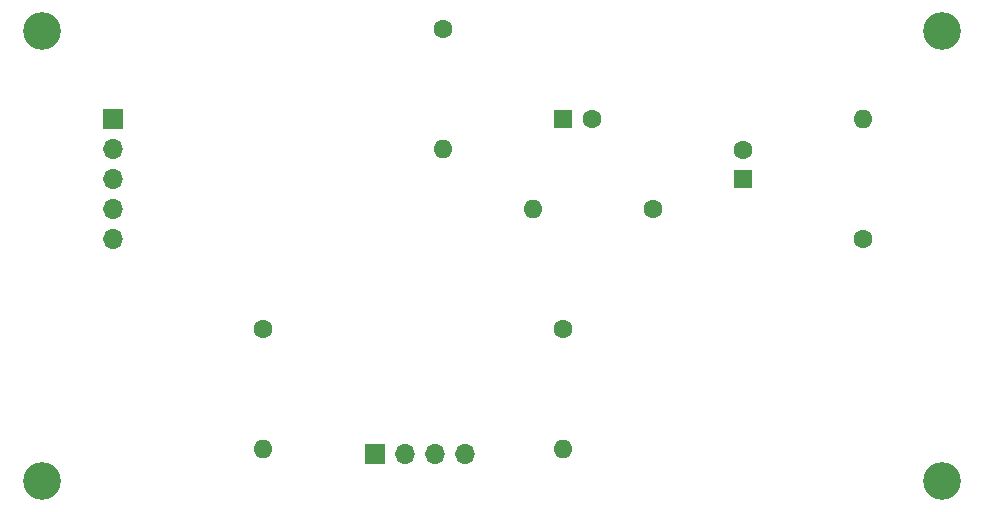
<source format=gbs>
%TF.GenerationSoftware,KiCad,Pcbnew,(6.0.2-0)*%
%TF.CreationDate,2022-08-31T15:30:50-04:00*%
%TF.ProjectId,LED Driver,4c454420-4472-4697-9665-722e6b696361,rev?*%
%TF.SameCoordinates,Original*%
%TF.FileFunction,Soldermask,Bot*%
%TF.FilePolarity,Negative*%
%FSLAX46Y46*%
G04 Gerber Fmt 4.6, Leading zero omitted, Abs format (unit mm)*
G04 Created by KiCad (PCBNEW (6.0.2-0)) date 2022-08-31 15:30:50*
%MOMM*%
%LPD*%
G01*
G04 APERTURE LIST*
%ADD10R,1.700000X1.700000*%
%ADD11O,1.700000X1.700000*%
%ADD12R,1.600000X1.600000*%
%ADD13C,1.600000*%
%ADD14O,1.600000X1.600000*%
%ADD15C,3.200000*%
G04 APERTURE END LIST*
D10*
%TO.C,J2*%
X120279000Y-140589000D03*
D11*
X122819000Y-140589000D03*
X125359000Y-140589000D03*
X127899000Y-140589000D03*
%TD*%
D10*
%TO.C,J1*%
X98044000Y-112268000D03*
D11*
X98044000Y-114808000D03*
X98044000Y-117348000D03*
X98044000Y-119888000D03*
X98044000Y-122428000D03*
%TD*%
D12*
%TO.C,C2*%
X151384000Y-117348000D03*
D13*
X151384000Y-114848000D03*
%TD*%
%TO.C,R1*%
X125984000Y-104648000D03*
D14*
X125984000Y-114808000D03*
%TD*%
D15*
%TO.C,REF\u002A\u002A*%
X92075000Y-104775000D03*
%TD*%
D12*
%TO.C,C1*%
X136144000Y-112268000D03*
D13*
X138644000Y-112268000D03*
%TD*%
D15*
%TO.C,REF\u002A\u002A*%
X168275000Y-104775000D03*
%TD*%
D13*
%TO.C,R5*%
X136144000Y-130048000D03*
D14*
X136144000Y-140208000D03*
%TD*%
D15*
%TO.C,REF\u002A\u002A*%
X92075000Y-142875000D03*
%TD*%
D13*
%TO.C,R3*%
X143764000Y-119888000D03*
D14*
X133604000Y-119888000D03*
%TD*%
D15*
%TO.C,REF\u002A\u002A*%
X168275000Y-142875000D03*
%TD*%
D13*
%TO.C,R6*%
X110744000Y-130048000D03*
D14*
X110744000Y-140208000D03*
%TD*%
D13*
%TO.C,R4*%
X161544000Y-122428000D03*
D14*
X161544000Y-112268000D03*
%TD*%
M02*

</source>
